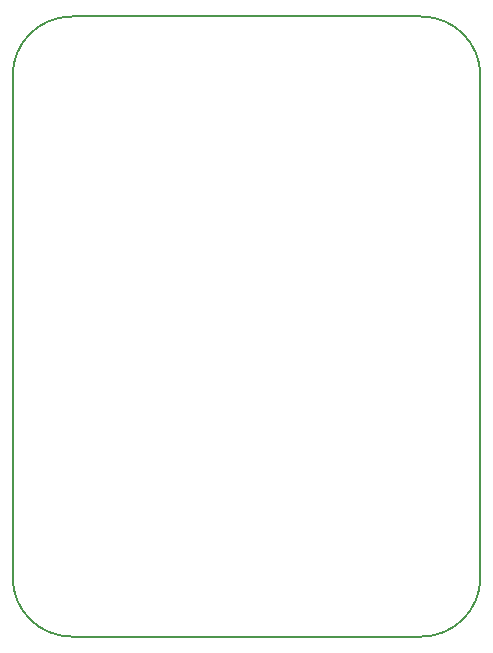
<source format=gbr>
G04 #@! TF.GenerationSoftware,KiCad,Pcbnew,5.1.4-e60b266~84~ubuntu19.04.1*
G04 #@! TF.CreationDate,2019-08-10T13:04:31+03:00*
G04 #@! TF.ProjectId,BRK-QFP-44-10x10-P0.8,42524b2d-5146-4502-9d34-342d31307831,v1.0*
G04 #@! TF.SameCoordinates,Original*
G04 #@! TF.FileFunction,Paste,Bot*
G04 #@! TF.FilePolarity,Positive*
%FSLAX46Y46*%
G04 Gerber Fmt 4.6, Leading zero omitted, Abs format (unit mm)*
G04 Created by KiCad (PCBNEW 5.1.4-e60b266~84~ubuntu19.04.1) date 2019-08-10 13:04:31*
%MOMM*%
%LPD*%
G04 APERTURE LIST*
%ADD10C,0.150000*%
G04 APERTURE END LIST*
D10*
X73400000Y-30400000D02*
G75*
G02X78400000Y-35400000I0J-5000000D01*
G01*
X38800000Y-35400000D02*
G75*
G02X43800000Y-30400000I5000000J0D01*
G01*
X78400000Y-77900000D02*
G75*
G02X73400000Y-82900000I-5000000J0D01*
G01*
X43800000Y-82900000D02*
G75*
G02X38800000Y-77900000I0J5000000D01*
G01*
X73400000Y-82900000D02*
X43800000Y-82900000D01*
X78400000Y-35400000D02*
X78400000Y-77900000D01*
X43800000Y-30400000D02*
X73400000Y-30400000D01*
X38800000Y-77900000D02*
X38800000Y-35400000D01*
M02*

</source>
